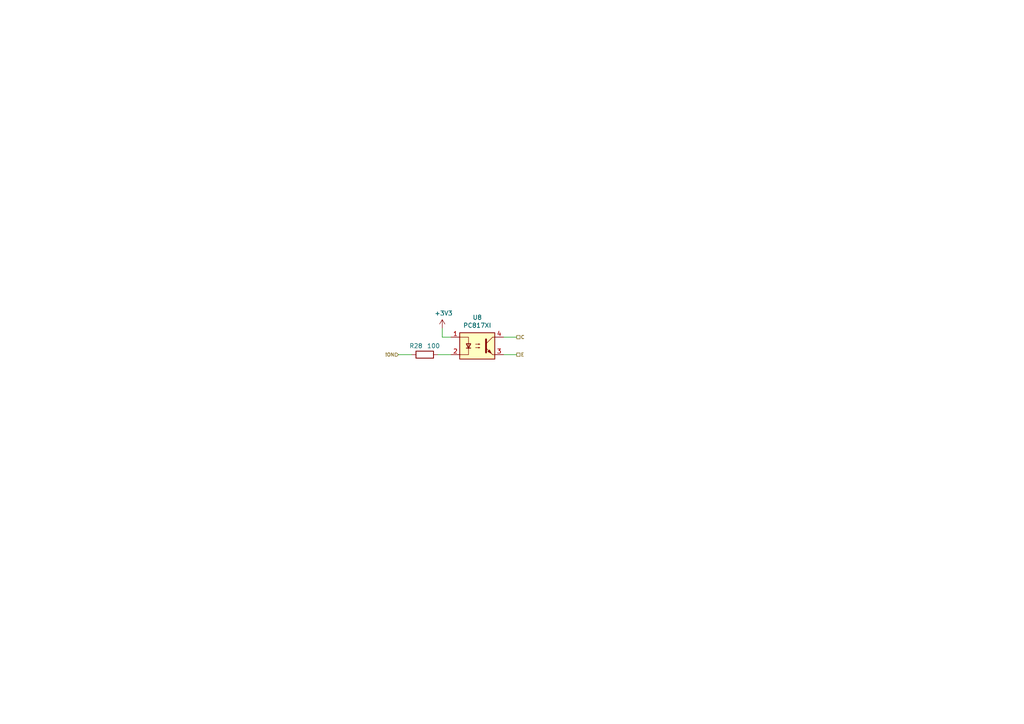
<source format=kicad_sch>
(kicad_sch (version 20211123) (generator eeschema)
  (paper "A4")
  (title_block (title "Opto-coupled Output") (date "2021-06-10") (rev "0.1") (comment 1 "https://github.com/enriquewph/esp32-ups-monitor"))
  (lib_symbols
    (symbol "Device:R" (pin_numbers hide) (pin_names (offset 0))
      (property "Reference" "R" (at 2.032 0 90))
      (property "Value" "R" (at 0 0 90))
      (symbol "R_0_1"
        (rectangle (start -1.016 -2.54) (end 1.016 2.54) (stroke (width 0.254)))
      )
      (symbol "R_1_1"
        (pin passive line (at 0 3.81 270) (length 1.27) (name "~") (number "1"))
        (pin passive line (at 0 -3.81 90) (length 1.27) (name "~") (number "2"))
      )
    )
    (symbol "Isolator:PC817" (pin_names (offset 1.016))
      (property "Reference" "U" (at -5.08 5.08 0))
      (property "Value" "PC817" (at 0 5.08 0))
      (symbol "PC817_0_1"
        (rectangle (start -5.08 3.81) (end 5.08 -3.81) (stroke (width 0.254)) (fill (type background)))
        (polyline (pts (xy -3.175 -0.635) (xy -1.905 -0.635)) (stroke (width 0.254)))
        (polyline (pts (xy 2.54 0.635) (xy 4.445 2.54)))
        (polyline (pts (xy 4.445 -2.54) (xy 2.54 -0.635)) (fill (type outline)))
        (polyline (pts (xy 4.445 -2.54) (xy 5.08 -2.54)))
        (polyline (pts (xy 4.445 2.54) (xy 5.08 2.54)))
        (polyline (pts (xy -5.08 2.54) (xy -2.54 2.54) (xy -2.54 -0.635)))
        (polyline (pts (xy -2.54 -0.635) (xy -2.54 -2.54) (xy -5.08 -2.54)))
        (polyline (pts (xy 2.54 1.905) (xy 2.54 -1.905) (xy 2.54 -1.905)) (stroke (width 0.508)))
        (polyline (pts (xy -2.54 -0.635) (xy -3.175 0.635) (xy -1.905 0.635) (xy -2.54 -0.635)) (stroke (width 0.254)))
        (polyline (pts (xy -0.508 -0.508) (xy 0.762 -0.508) (xy 0.381 -0.635) (xy 0.381 -0.381) (xy 0.762 -0.508)))
        (polyline (pts (xy -0.508 0.508) (xy 0.762 0.508) (xy 0.381 0.381) (xy 0.381 0.635) (xy 0.762 0.508)))
        (polyline (pts (xy 3.048 -1.651) (xy 3.556 -1.143) (xy 4.064 -2.159) (xy 3.048 -1.651) (xy 3.048 -1.651)) (fill (type outline)))
      )
      (symbol "PC817_1_1"
        (pin passive line (at -7.62 2.54 0) (length 2.54) (name "~") (number "1"))
        (pin passive line (at -7.62 -2.54 0) (length 2.54) (name "~") (number "2"))
        (pin passive line (at 7.62 -2.54 180) (length 2.54) (name "~") (number "3"))
        (pin passive line (at 7.62 2.54 180) (length 2.54) (name "~") (number "4"))
      )
    )
    (symbol "power:+3V3" (power) (pin_names (offset 0))
      (property "Value" "+3V3" (at 0 3.556 0))
      (symbol "+3V3_0_1"
        (polyline (pts (xy -0.762 1.27) (xy 0 2.54)))
        (polyline (pts (xy 0 0) (xy 0 2.54)))
        (polyline (pts (xy 0 2.54) (xy 0.762 1.27)))
      )
      (symbol "+3V3_1_1"
        (pin power_in line (at 0 0 90) (length 0) hide (name "+3V3") (number "1"))
      )
    )
  )
  (wire (pts (xy 128.27 95.25) (xy 128.27 97.79)))
  (wire (pts (xy 128.27 97.79) (xy 130.81 97.79)))
  (wire (pts (xy 149.86 97.79) (xy 146.05 97.79)))
  (wire (pts (xy 119.38 102.87) (xy 115.57 102.87)))
  (wire (pts (xy 130.81 102.87) (xy 127 102.87)))
  (wire (pts (xy 146.05 102.87) (xy 149.86 102.87)))
  (hierarchical_label "E" (shape passive) (at 149.86 102.87 0) (effects (font (size 0.9906 0.9906))))
  (hierarchical_label "!ON" (shape input) (at 115.57 102.87 180) (effects (font (size 0.9906 0.9906))))
  (hierarchical_label "C" (shape passive) (at 149.86 97.79 0) (effects (font (size 0.9906 0.9906))))
  (symbol (lib_id "Isolator:PC817") (at 138.43 100.33 0) (unit 1)
    (property "Reference" "U8" (at 138.43 92.075 0))
    (property "Value" "PC817XI" (at 138.43 94.3864 0))
    (property "Footprint" "Package_DIP:SMDIP-4_W9.53mm" (effects hide))
    (property "Datasheet" "https://www.farnell.com/datasheets/73758.pdf" (effects hide))
    (property "manf#" "PC817XI" (effects hide))
  )
  (symbol (lib_id "power:+3V3") (at 128.27 95.25 0) (unit 1)
    (property "Reference" "#PWR069" (effects hide))
    (property "Value" "+3V3" (at 128.651 90.8558 0))
  )
  (symbol (lib_id "Device:R") (at 123.19 102.87 270) (unit 1)
    (property "Reference" "R28" (at 120.65 100.33 90))
    (property "Value" "100" (at 125.73 100.33 90))
    (property "Footprint" "Resistor_SMD:R_1206_3216Metric" (effects hide))
    (property "Datasheet" "https://www.yageo.com/upload/media/product/productsearch/datasheet/rchip/PYu-RC_Group_51_RoHS_L_11.pdf" (effects hide))
    (property "manf#" "RC1206FR-07100RL" (effects hide))
  )
)
</source>
